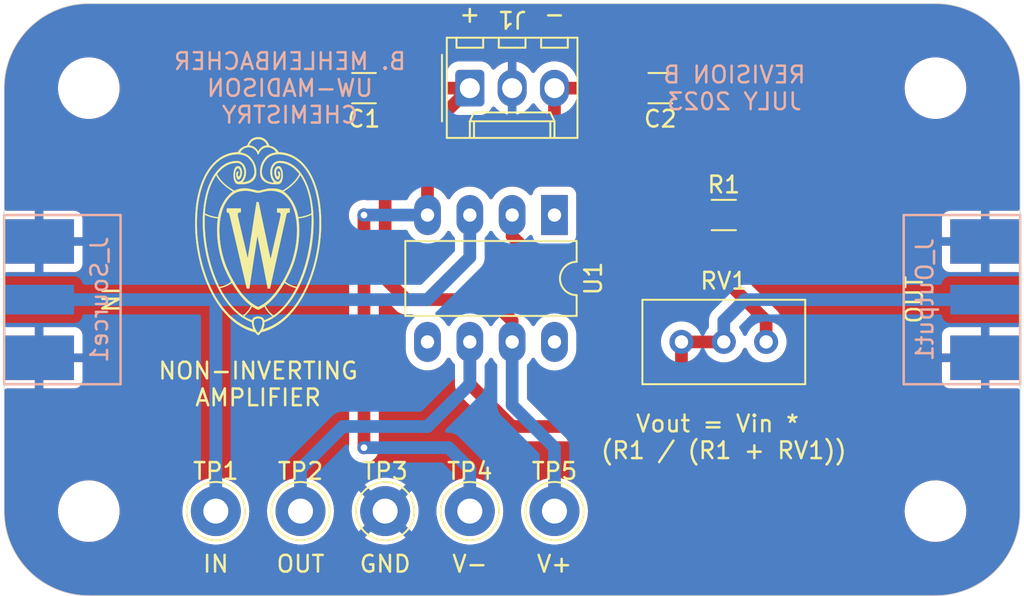
<source format=kicad_pcb>
(kicad_pcb (version 20221018) (generator pcbnew)
  (title_block (title "DC Amplifier") (date "2023-07-18") (rev "B") (company "University of Wisconsin-Madison") (comment 1 "Department of Chemistry") (comment 2 "Goldsmith Group") (comment 3 "Brandon Mehlenbacher") (comment 4 "bmehlenbache@wisc.edu"))
  (layers (0 "F.Cu" signal) (31 "B.Cu" signal) (34 "B.Paste" user) (35 "F.Paste" user) (36 "B.SilkS" user "B.Silkscreen") (37 "F.SilkS" user "F.Silkscreen") (38 "B.Mask" user) (39 "F.Mask" user) (44 "Edge.Cuts" user))
  (net 0 "")
  (net 1 "GND")
  (net 2 "Net-(J_Output1-Pad1)")
  (net 3 "Net-(J_Source1-Pad1)")
  (net 4 "+15V")
  (net 5 "-15V")
  (net 6 "Net-(R1-Pad1)")
  (footprint "Package_DIP:DIP-8_W7.62mm_LongPads" (layer "F.Cu") (at 104.14 83.82 -90)
    (fp_text reference "U1" (at 3.81 -2.33 90) (layer "F.SilkS"))
    (fp_text value "OPAMP")
    (pad "1" thru_hole rect (at 0 0 270) (size 2.4 1.6) (drill 0.8) (layers "*.Cu" "*.Mask"))
    (pad "2" thru_hole oval (at 0 2.54 270) (size 2.4 1.6) (drill 0.8) (layers "*.Cu" "*.Mask") (net 6 "Net-(R1-Pad1)"))
    (pad "3" thru_hole oval (at 0 5.08 270) (size 2.4 1.6) (drill 0.8) (layers "*.Cu" "*.Mask") (net 3 "Net-(J_Source1-Pad1)"))
    (pad "4" thru_hole oval (at 0 7.62 270) (size 2.4 1.6) (drill 0.8) (layers "*.Cu" "*.Mask") (net 5 "-15V"))
    (pad "5" thru_hole oval (at 7.62 7.62 270) (size 2.4 1.6) (drill 0.8) (layers "*.Cu" "*.Mask"))
    (pad "6" thru_hole oval (at 7.62 5.08 270) (size 2.4 1.6) (drill 0.8) (layers "*.Cu" "*.Mask") (net 2 "Net-(J_Output1-Pad1)"))
    (pad "7" thru_hole oval (at 7.62 2.54 270) (size 2.4 1.6) (drill 0.8) (layers "*.Cu" "*.Mask") (net 4 "+15V"))
    (pad "8" thru_hole oval (at 7.62 0 270) (size 2.4 1.6) (drill 0.8) (layers "*.Cu" "*.Mask"))
  )
  (footprint "Resistor_SMD:R_1206_3216Metric_Pad1.30x1.75mm_HandSolder" (layer "F.Cu") (at 114.3 83.82)
    (fp_text reference "R1" (at 0 -1.82) (layer "F.SilkS"))
    (fp_text value "1k")
    (pad "1" smd roundrect (at -1.55 0) (size 1.3 1.75) (layers "F.Cu" "F.Paste" "F.Mask") (roundrect_rratio 0.1923076923) (net 6 "Net-(R1-Pad1)"))
    (pad "2" smd roundrect (at 1.55 0) (size 1.3 1.75) (layers "F.Cu" "F.Paste" "F.Mask") (roundrect_rratio 0.1923076923) (net 1 "GND"))
  )
  (footprint "Capacitor_SMD:C_1206_3216Metric_Pad1.33x1.80mm_HandSolder" (layer "F.Cu") (at 92.71 76.2 180)
    (fp_text reference "C1" (at 0 -1.85) (layer "F.SilkS"))
    (fp_text value "100uF")
    (pad "1" smd roundrect (at -1.5625 0 180) (size 1.325 1.8) (layers "F.Cu" "F.Paste" "F.Mask") (roundrect_rratio 0.1886784906) (net 4 "+15V"))
    (pad "2" smd roundrect (at 1.5625 0 180) (size 1.325 1.8) (layers "F.Cu" "F.Paste" "F.Mask") (roundrect_rratio 0.1886784906) (net 1 "GND"))
  )
  (footprint "Capacitor_SMD:C_1206_3216Metric_Pad1.33x1.80mm_HandSolder" (layer "F.Cu") (at 110.49 76.2 180)
    (fp_text reference "C2" (at 0 -1.85) (layer "F.SilkS"))
    (fp_text value "100uF")
    (pad "1" smd roundrect (at -1.5625 0 180) (size 1.325 1.8) (layers "F.Cu" "F.Paste" "F.Mask") (roundrect_rratio 0.1886784906) (net 1 "GND"))
    (pad "2" smd roundrect (at 1.5625 0 180) (size 1.325 1.8) (layers "F.Cu" "F.Paste" "F.Mask") (roundrect_rratio 0.1886784906) (net 5 "-15V"))
  )
  (footprint "Connector_Molex:Molex_KK-254_AE-6410-03A_1x03_P2.54mm_Vertical" (layer "F.Cu") (at 99.06 76.2)
    (fp_text reference "J1" (at 2.54 -4.12 180 unlocked) (layer "F.SilkS"))
    (fp_text value "Conn_01x03")
    (pad "1" thru_hole roundrect (at 0 0) (size 1.74 2.2) (drill 1.2) (layers "*.Cu" "*.Mask") (roundrect_rratio 0.1436775862) (net 4 "+15V"))
    (pad "2" thru_hole oval (at 2.54 0) (size 1.74 2.2) (drill 1.2) (layers "*.Cu" "*.Mask") (net 1 "GND"))
    (pad "3" thru_hole oval (at 5.08 0) (size 1.74 2.2) (drill 1.2) (layers "*.Cu" "*.Mask") (net 5 "-15V"))
  )
  (footprint "Potentiometer_THT:Potentiometer_Bourns_3296W_Vertical" (layer "F.Cu") (at 116.84 91.44)
    (fp_text reference "RV1" (at -2.54 -3.66) (layer "F.SilkS"))
    (fp_text value "100k")
    (pad "1" thru_hole circle (at 0 0) (size 1.44 1.44) (drill 0.8) (layers "*.Cu" "*.Mask") (net 6 "Net-(R1-Pad1)"))
    (pad "2" thru_hole circle (at -2.54 0) (size 1.44 1.44) (drill 0.8) (layers "*.Cu" "*.Mask") (net 2 "Net-(J_Output1-Pad1)"))
    (pad "3" thru_hole circle (at -5.08 0) (size 1.44 1.44) (drill 0.8) (layers "*.Cu" "*.Mask") (net 2 "Net-(J_Output1-Pad1)"))
  )
  (footprint "MountingHole:MountingHole_3.2mm_M3" (layer "F.Cu") (at 127 76.2)
    (fp_text reference "REF**" hide)
    (fp_text value "MountingHole_3.2mm_M3" hide)
    (pad "" np_thru_hole circle locked (at 0 0) (size 3.2 3.2) (drill 3.2) (layers "*.Cu" "*.Mask"))
  )
  (footprint "MountingHole:MountingHole_3.2mm_M3" (layer "F.Cu") (at 76.2 76.2)
    (fp_text reference "REF**" hide)
    (fp_text value "MountingHole_3.2mm_M3" hide)
    (pad "" np_thru_hole circle locked (at 0 0) (size 3.2 3.2) (drill 3.2) (layers "*.Cu" "*.Mask"))
  )
  (footprint "TestPoint:TestPoint_THTPad_D3.0mm_Drill1.5mm" (layer "F.Cu") (at 83.82 101.6)
    (fp_text reference "TP1" (at 0 -2.398) (layer "F.SilkS"))
    (fp_text value "TestPoint")
    (pad "1" thru_hole circle (at 0 0) (size 3 3) (drill 1.5) (layers "*.Cu" "*.Mask") (net 3 "Net-(J_Source1-Pad1)"))
  )
  (footprint "TestPoint:TestPoint_THTPad_D3.0mm_Drill1.5mm" (layer "F.Cu") (at 88.9 101.6)
    (fp_text reference "TP2" (at 0 -2.398) (layer "F.SilkS"))
    (fp_text value "TestPoint")
    (pad "1" thru_hole circle (at 0 0) (size 3 3) (drill 1.5) (layers "*.Cu" "*.Mask") (net 2 "Net-(J_Output1-Pad1)"))
  )
  (footprint "TestPoint:TestPoint_THTPad_D3.0mm_Drill1.5mm" (layer "F.Cu") (at 93.98 101.6)
    (fp_text reference "TP3" (at 0 -2.398) (layer "F.SilkS"))
    (fp_text value "TestPoint")
    (pad "1" thru_hole circle (at 0 0) (size 3 3) (drill 1.5) (layers "*.Cu" "*.Mask") (net 1 "GND"))
  )
  (footprint "TestPoint:TestPoint_THTPad_D3.0mm_Drill1.5mm" (layer "F.Cu") (at 104.14 101.6)
    (fp_text reference "TP5" (at 0 -2.398) (layer "F.SilkS"))
    (fp_text value "TestPoint")
    (pad "1" thru_hole circle (at 0 0) (size 3 3) (drill 1.5) (layers "*.Cu" "*.Mask") (net 4 "+15V"))
  )
  (footprint "MountingHole:MountingHole_3.2mm_M3" (layer "F.Cu") (at 127 101.6)
    (fp_text reference "REF**" hide)
    (fp_text value "MountingHole_3.2mm_M3" hide)
    (pad "" np_thru_hole circle locked (at 0 0) (size 3.2 3.2) (drill 3.2) (layers "*.Cu" "*.Mask"))
  )
  (footprint "TestPoint:TestPoint_THTPad_D3.0mm_Drill1.5mm" (layer "F.Cu") (at 99.06 101.6)
    (fp_text reference "TP4" (at 0 -2.398) (layer "F.SilkS"))
    (fp_text value "TestPoint")
    (pad "1" thru_hole circle (at 0 0) (size 3 3) (drill 1.5) (layers "*.Cu" "*.Mask") (net 5 "-15V"))
  )
  (footprint "footprints:logo" (layer "F.Cu") (at 86.36 85.09)
    (fp_text reference "G***" hide)
    (fp_text value "LOGO" hide)
  )
  (footprint "MountingHole:MountingHole_3.2mm_M3" (layer "F.Cu") (at 76.2 101.6)
    (fp_text reference "REF**" hide)
    (fp_text value "MountingHole_3.2mm_M3" hide)
    (pad "" np_thru_hole circle locked (at 0 0) (size 3.2 3.2) (drill 3.2) (layers "*.Cu" "*.Mask"))
  )
  (footprint "0732512120:0732512120" (layer "B.Cu") (at 132.08 88.9 90)
    (fp_text reference "J_Output1" (at 0 -5.715 -90) (layer "B.SilkS") (effects (justify mirror)))
    (fp_text value "Conn_Coaxial")
    (pad "1" smd rect (at 0 -2.0955 90) (size 1.778 4.191) (layers "B.Cu" "B.Paste" "B.Mask") (net 2 "Net-(J_Output1-Pad1)"))
    (pad "2" smd rect (at -3.4925 -2.0955 90) (size 2.667 4.191) (layers "F.Cu" "F.Paste" "F.Mask") (net 1 "GND"))
    (pad "2" smd rect (at -3.4925 -2.0955 90) (size 2.667 4.191) (layers "B.Cu" "B.Paste" "B.Mask") (net 1 "GND"))
    (pad "2" smd rect (at 3.4925 -2.0955 90) (size 2.667 4.191) (layers "F.Cu" "F.Paste" "F.Mask") (net 1 "GND"))
    (pad "2" smd rect (at 3.4925 -2.0955 90) (size 2.667 4.191) (layers "B.Cu" "B.Paste" "B.Mask") (net 1 "GND"))
  )
  (footprint "0732512120:0732512120" (layer "B.Cu") (at 71.12 88.9 -90)
    (fp_text reference "J_Source1" (at 0 -5.715 270) (layer "B.SilkS") (effects (justify mirror)))
    (fp_text value "Conn_Coaxial")
    (pad "1" smd rect (at 0 -2.0955 270) (size 1.778 4.191) (layers "B.Cu" "B.Paste" "B.Mask") (net 3 "Net-(J_Source1-Pad1)"))
    (pad "2" smd rect (at -3.4925 -2.0955 270) (size 2.667 4.191) (layers "F.Cu" "F.Paste" "F.Mask") (net 1 "GND"))
    (pad "2" smd rect (at -3.4925 -2.0955 270) (size 2.667 4.191) (layers "B.Cu" "B.Paste" "B.Mask") (net 1 "GND"))
    (pad "2" smd rect (at 3.4925 -2.0955 270) (size 2.667 4.191) (layers "F.Cu" "F.Paste" "F.Mask") (net 1 "GND"))
    (pad "2" smd rect (at 3.4925 -2.0955 270) (size 2.667 4.191) (layers "B.Cu" "B.Paste" "B.Mask") (net 1 "GND"))
  )
  (gr_line (start 71.12 76.2) (end 71.12 101.6) (stroke (width 0.05)) (layer "Edge.Cuts"))
  (gr_line (start 76.2 106.68) (end 127 106.68) (stroke (width 0.05)) (layer "Edge.Cuts"))
  (gr_line (start 132.08 101.6) (end 132.08 76.2) (stroke (width 0.05)) (layer "Edge.Cuts"))
  (gr_line (start 127 71.12) (end 76.2 71.12) (stroke (width 0.05)) (layer "Edge.Cuts"))
  (gr_arc (start 76.2 106.68) (mid 72.607898 105.192102) (end 71.12 101.6) (stroke (width 0.05)) (layer "Edge.Cuts"))
  (gr_arc (start 127 71.12) (mid 130.592102 72.607898) (end 132.08 76.2) (stroke (width 0.05)) (layer "Edge.Cuts"))
  (gr_arc (start 71.12 76.2) (mid 72.607898 72.607898) (end 76.2 71.12) (stroke (width 0.05)) (layer "Edge.Cuts"))
  (gr_arc (start 132.08 101.6) (mid 130.592102 105.192102) (end 127 106.68) (stroke (width 0.05)) (layer "Edge.Cuts"))
  (gr_text "REVISION B\nJULY 2023" (at 114.935 76.2) (layer "B.SilkS") (effects (font (size 1 1)) (justify mirror)))
  (gr_text "B. MEHLENBACHER\nUW-MADISON\nCHEMISTRY" (at 88.265 76.2) (layer "B.SilkS") (effects (font (size 1 1)) (justify mirror)))
  (gr_text "IN" (at 77.47 88.9 270) (layer "F.SilkS") (effects (font (size 1 1))))
  (gr_text "Vout = Vin * \n(R1 / (R1 + RV1))" (at 114.3 97.155) (layer "F.SilkS") (effects (font (size 1 1))))
  (gr_text "IN" (at 83.82 104.775) (layer "F.SilkS") (effects (font (size 1 1))))
  (gr_text "-" (at 104.14 71.755) (layer "F.SilkS") (effects (font (size 1 1))))
  (gr_text "V-" (at 99.06 104.775) (layer "F.SilkS") (effects (font (size 1 1))))
  (gr_text "GND" (at 93.98 104.775) (layer "F.SilkS") (effects (font (size 1 1))))
  (gr_text "+" (at 99.06 71.755) (layer "F.SilkS") (effects (font (size 1 1))))
  (gr_text "OUT" (at 125.73 88.9 90) (layer "F.SilkS") (effects (font (size 1 1))))
  (gr_text "V+" (at 104.14 104.775) (layer "F.SilkS") (effects (font (size 1 1))))
  (gr_text "NON-INVERTING\nAMPLIFIER" (at 86.36 93.98) (layer "F.SilkS") (effects (font (size 1 1))))
  (gr_text "OUT" (at 88.9 104.775) (layer "F.SilkS") (effects (font (size 1 1))))
  (segment (start 99.06 93.98) (end 101.6 96.52) (width 0.762) (layer "F.Cu") (net 2))
  (segment (start 101.6 96.52) (end 109.22 96.52) (width 0.762) (layer "F.Cu") (net 2))
  (segment (start 111.76 93.98) (end 111.76 91.44) (width 0.762) (layer "F.Cu") (net 2))
  (segment (start 109.22 96.52) (end 111.76 93.98) (width 0.762) (layer "F.Cu") (net 2))
  (segment (start 99.06 91.44) (end 99.06 93.98) (width 0.762) (layer "F.Cu") (net 2))
  (segment (start 111.76 91.44) (end 114.3 91.44) (width 0.762) (layer "F.Cu") (net 2))
  (segment (start 88.9 99.06) (end 88.9 101.6) (width 0.762) (layer "B.Cu") (net 2))
  (segment (start 115.57 88.9) (end 114.3 90.17) (width 0.762) (layer "B.Cu") (net 2))
  (segment (start 91.44 96.52) (end 88.9 99.06) (width 0.762) (layer "B.Cu") (net 2))
  (segment (start 96.52 96.52) (end 91.44 96.52) (width 0.762) (layer "B.Cu") (net 2))
  (segment (start 99.06 91.44) (end 99.06 93.98) (width 0.762) (layer "B.Cu") (net 2))
  (segment (start 129.9845 88.9) (end 115.57 88.9) (width 0.762) (layer "B.Cu") (net 2))
  (segment (start 114.3 90.17) (end 114.3 91.44) (width 0.762) (layer "B.Cu") (net 2))
  (segment (start 99.06 93.98) (end 96.52 96.52) (width 0.762) (layer "B.Cu") (net 2))
  (segment (start 99.06 83.82) (end 99.06 86.36) (width 0.762) (layer "B.Cu") (net 3))
  (segment (start 99.06 86.36) (end 96.52 88.9) (width 0.762) (layer "B.Cu") (net 3))
  (segment (start 83.82 101.6) (end 83.82 88.9) (width 0.762) (layer "B.Cu") (net 3))
  (segment (start 96.52 88.9) (end 83.82 88.9) (width 0.762) (layer "B.Cu") (net 3))
  (segment (start 83.82 88.9) (end 73.2155 88.9) (width 0.762) (layer "B.Cu") (net 3))
  (segment (start 99.06 76.2) (end 94.2725 76.2) (width 0.762) (layer "F.Cu") (net 4))
  (segment (start 93.98 81.28) (end 93.98 87.63) (width 0.762) (layer "F.Cu") (net 4))
  (segment (start 99.06 76.2) (end 93.98 81.28) (width 0.762) (layer "F.Cu") (net 4))
  (segment (start 95.25 88.9) (end 100.33 88.9) (width 0.762) (layer "F.Cu") (net 4))
  (segment (start 93.98 87.63) (end 95.25 88.9) (width 0.762) (layer "F.Cu") (net 4))
  (segment (start 101.6 90.17) (end 101.6 91.44) (width 0.762) (layer "F.Cu") (net 4))
  (segment (start 100.33 88.9) (end 101.6 90.17) (width 0.762) (layer "F.Cu") (net 4))
  (segment (start 101.6 95.25) (end 101.6 91.44) (width 0.762) (layer "B.Cu") (net 4))
  (segment (start 104.14 97.79) (end 101.6 95.25) (width 0.762) (layer "B.Cu") (net 4))
  (segment (start 104.14 101.6) (end 104.14 97.79) (width 0.762) (layer "B.Cu") (net 4))
  (segment (start 97.79 80.01) (end 96.52 81.28) (width 0.762) (layer "F.Cu") (net 5))
  (segment (start 104.14 78.74) (end 102.87 80.01) (width 0.762) (layer "F.Cu") (net 5))
  (segment (start 108.9275 76.2) (end 104.14 76.2) (width 0.762) (layer "F.Cu") (net 5))
  (segment (start 92.71 83.82) (end 92.71 97.79) (width 0.762) (layer "F.Cu") (net 5))
  (segment (start 96.52 81.28) (end 96.52 83.82) (width 0.762) (layer "F.Cu") (net 5))
  (segment (start 102.87 80.01) (end 97.79 80.01) (width 0.762) (layer "F.Cu") (net 5))
  (segment (start 104.14 76.2) (end 104.14 78.74) (width 0.762) (layer "F.Cu") (net 5))
  (via (at 92.71 83.82) (size 0.8) (drill 0.4) (layers "F.Cu" "B.Cu") (net 5))
  (via (at 92.71 97.79) (size 0.8) (drill 0.4) (layers "F.Cu" "B.Cu") (net 5))
  (segment (start 99.06 99.06) (end 99.06 101.6) (width 0.762) (layer "B.Cu") (net 5))
  (segment (start 92.71 97.79) (end 97.79 97.79) (width 0.762) (layer "B.Cu") (net 5))
  (segment (start 97.79 97.79) (end 99.06 99.06) (width 0.762) (layer "B.Cu") (net 5))
  (segment (start 96.52 83.82) (end 92.71 83.82) (width 0.762) (layer "B.Cu") (net 5))
  (segment (start 112.75 86.08) (end 113.03 86.36) (width 0.762) (layer "F.Cu") (net 6))
  (segment (start 101.6 85.09) (end 102.87 86.36) (width 0.762) (layer "F.Cu") (net 6))
  (segment (start 102.87 86.36) (end 113.03 86.36) (width 0.762) (layer "F.Cu") (net 6))
  (segment (start 101.6 83.82) (end 101.6 85.09) (width 0.762) (layer "F.Cu") (net 6))
  (segment (start 116.84 90.17) (end 116.84 91.44) (width 0.762) (layer "F.Cu") (net 6))
  (segment (start 112.75 83.82) (end 112.75 86.08) (width 0.762) (layer "F.Cu") (net 6))
  (segment (start 113.03 86.36) (end 116.84 90.17) (width 0.762) (layer "F.Cu") (net 6))
  (zone (net 1) (net_name "GND") (layer "F.Cu") (connect_pads (clearance 0.508)) (min_thickness 0.254) (fill yes (thermal_gap 0.508) (thermal_bridge_width 0.508))
    (polygon (pts (xy 132.08 106.68) (xy 71.12 106.68) (xy 71.12 71.12) (xy 132.08 71.12)))
  )
  (zone (net 1) (net_name "GND") (layer "B.Cu") (connect_pads (clearance 0.508)) (min_thickness 0.254) (fill yes (thermal_gap 0.508) (thermal_bridge_width 0.508))
    (polygon (pts (xy 132.08 106.68) (xy 71.12 106.68) (xy 71.12 71.12) (xy 132.08 71.12)))
  )
)
</source>
